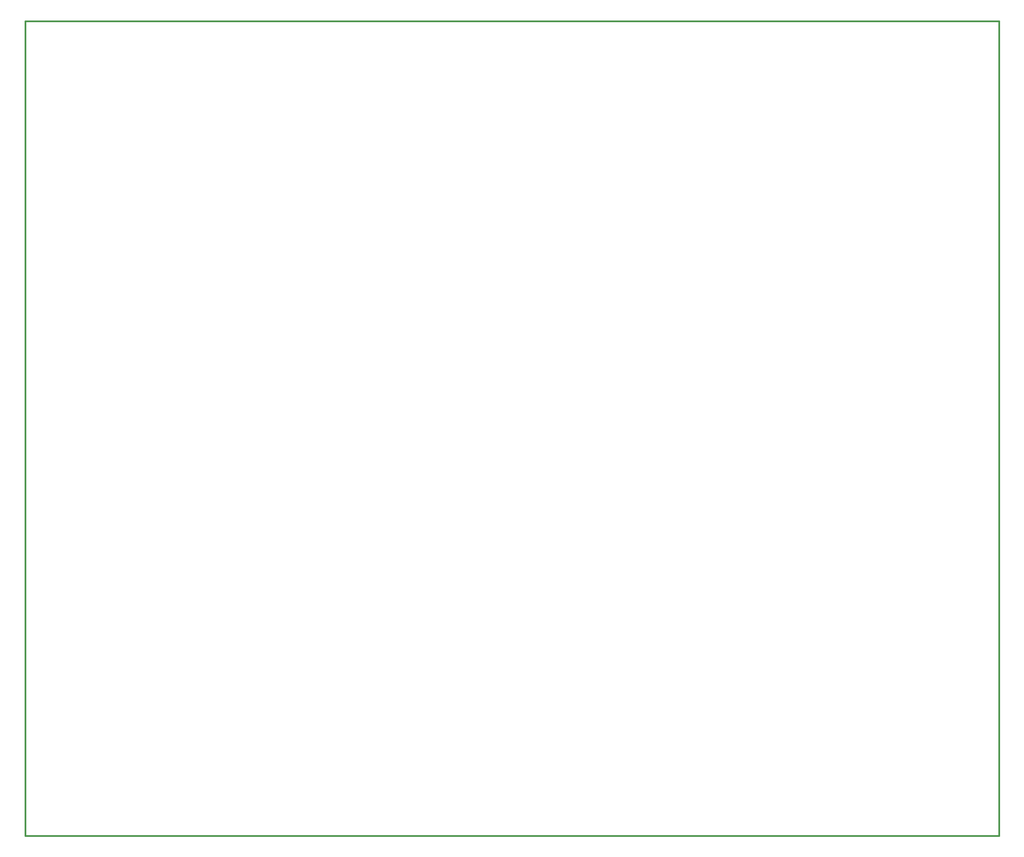
<source format=gbr>
G04 (created by PCBNEW-RS274X (2012-jan-04)-stable) date 2012-05-11T09:56:42 CEST*
G01*
G70*
G90*
%MOIN*%
G04 Gerber Fmt 3.4, Leading zero omitted, Abs format*
%FSLAX34Y34*%
G04 APERTURE LIST*
%ADD10C,0.006000*%
%ADD11C,0.015000*%
G04 APERTURE END LIST*
G54D10*
G54D11*
X112500Y-11293D02*
X112500Y-90820D01*
X17500Y-11293D02*
X17500Y-90820D01*
X112500Y-90820D02*
X17500Y-90820D01*
X112500Y-11293D02*
X17500Y-11293D01*
M02*

</source>
